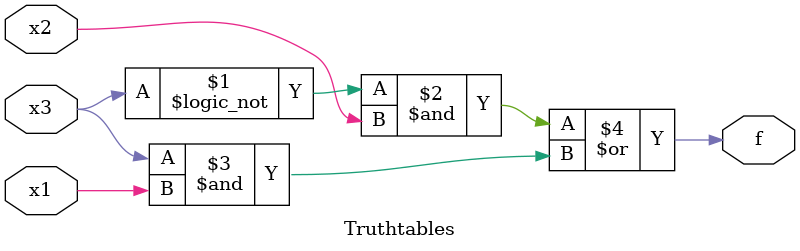
<source format=v>
module Truthtables( 
    input x3,
    input x2,
    input x1,  // three inputs
    output f   // one output
);

    assign f = (!x3 & x2) | (x3 & x1);

endmodule

</source>
